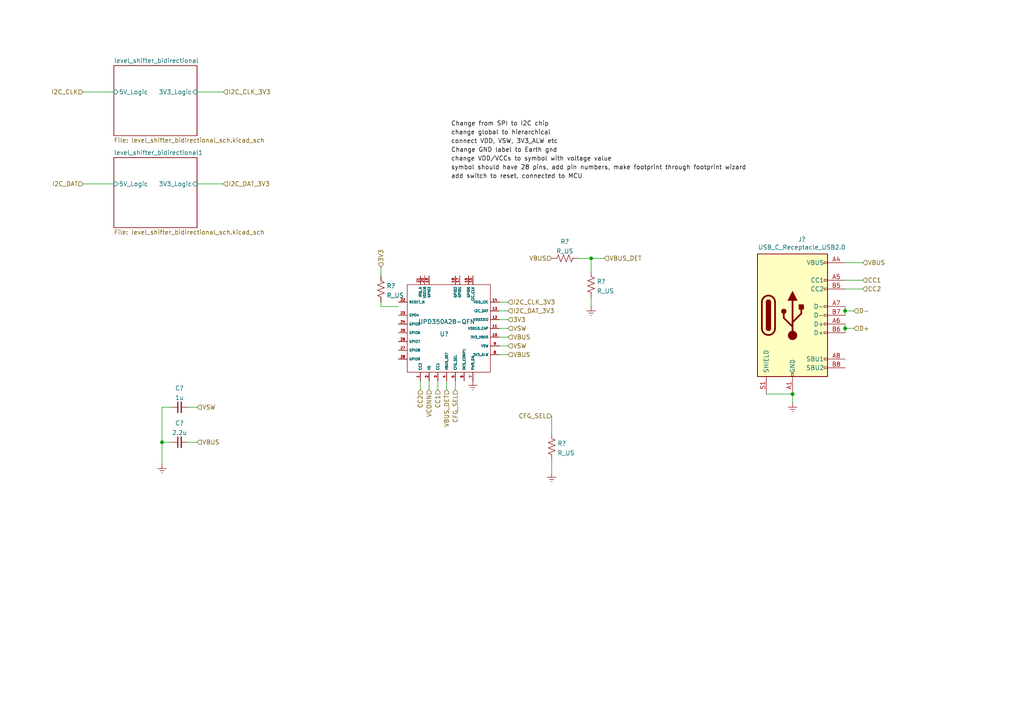
<source format=kicad_sch>
(kicad_sch (version 20210621) (generator eeschema)
  (paper "A4")
  (lib_symbols
    (symbol "Connector:USB_C_Receptacle_USB2.0" (pin_names (offset 1.016))
      (property "Reference" "J" (at -10.16 19.05 0))
      (property "Value" "USB_C_Receptacle_USB2.0" (at 19.05 19.05 0))
      (symbol "USB_C_Receptacle_USB2.0_0_0"
        (rectangle (start -0.254 -17.78) (end 0.254 -16.764))
        (rectangle (start 10.16 -14.986) (end 9.144 -15.494))
        (rectangle (start 10.16 -12.446) (end 9.144 -12.954))
        (rectangle (start 10.16 -4.826) (end 9.144 -5.334))
        (rectangle (start 10.16 -2.286) (end 9.144 -2.794))
        (rectangle (start 10.16 0.254) (end 9.144 -0.254))
        (rectangle (start 10.16 2.794) (end 9.144 2.286))
        (rectangle (start 10.16 7.874) (end 9.144 7.366))
        (rectangle (start 10.16 10.414) (end 9.144 9.906))
        (rectangle (start 10.16 15.494) (end 9.144 14.986))
      )
      (symbol "USB_C_Receptacle_USB2.0_0_1"
        (arc (start -8.89 -3.81) (end -5.08 -3.81) (radius (at -6.985 -3.81) (length 1.905) (angles -179.9 -0.1)) (stroke (width 0.508)))
        (arc (start -7.62 -3.81) (end -6.35 -3.81) (radius (at -6.985 -3.81) (length 0.635) (angles -179.9 -0.1)) (stroke (width 0.254)))
        (arc (start -6.35 3.81) (end -7.62 3.81) (radius (at -6.985 3.81) (length 0.635) (angles 0.1 179.9)) (stroke (width 0.254)))
        (arc (start -5.08 3.81) (end -8.89 3.81) (radius (at -6.985 3.81) (length 1.905) (angles 0.1 179.9)) (stroke (width 0.508)))
        (arc (start -7.62 -3.81) (end -6.35 -3.81) (radius (at -6.985 -3.81) (length 0.635) (angles -179.9 -0.1)) (stroke (width 0.254)) (fill (type outline)))
        (arc (start -6.35 3.81) (end -7.62 3.81) (radius (at -6.985 3.81) (length 0.635) (angles 0.1 179.9)) (stroke (width 0.254)) (fill (type outline)))
        (circle (center -2.54 1.143) (radius 0.635) (stroke (width 0.254)) (fill (type outline)))
        (circle (center 0 -5.842) (radius 1.27) (fill (type outline)))
        (rectangle (start -7.62 -3.81) (end -6.35 3.81) (stroke (width 0.254)) (fill (type outline)))
        (rectangle (start 1.905 1.778) (end 3.175 3.048) (stroke (width 0.254)) (fill (type outline)))
        (rectangle (start -10.16 17.78) (end 10.16 -17.78) (stroke (width 0.254)) (fill (type background)))
        (polyline (pts (xy -8.89 -3.81) (xy -8.89 3.81)) (stroke (width 0.508)))
        (polyline (pts (xy -5.08 3.81) (xy -5.08 -3.81)) (stroke (width 0.508)))
        (polyline (pts (xy 0 -5.842) (xy 0 4.318)) (stroke (width 0.508)))
        (polyline (pts (xy 0 -3.302) (xy -2.54 -0.762) (xy -2.54 0.508)) (stroke (width 0.508)))
        (polyline (pts (xy 0 -2.032) (xy 2.54 0.508) (xy 2.54 1.778)) (stroke (width 0.508)))
        (polyline (pts (xy -1.27 4.318) (xy 0 6.858) (xy 1.27 4.318) (xy -1.27 4.318)) (stroke (width 0.254)) (fill (type outline)))
      )
      (symbol "USB_C_Receptacle_USB2.0_1_1"
        (pin passive line (at 0 -22.86 90) (length 5.08) (name "GND") (number "A1"))
        (pin passive line (at 0 -22.86 90) (length 5.08) hide (name "GND") (number "A12"))
        (pin passive line (at 15.24 15.24 180) (length 5.08) (name "VBUS") (number "A4"))
        (pin bidirectional line (at 15.24 10.16 180) (length 5.08) (name "CC1") (number "A5"))
        (pin bidirectional line (at 15.24 -2.54 180) (length 5.08) (name "D+") (number "A6"))
        (pin bidirectional line (at 15.24 2.54 180) (length 5.08) (name "D-") (number "A7"))
        (pin bidirectional line (at 15.24 -12.7 180) (length 5.08) (name "SBU1") (number "A8"))
        (pin passive line (at 15.24 15.24 180) (length 5.08) hide (name "VBUS") (number "A9"))
        (pin passive line (at 0 -22.86 90) (length 5.08) hide (name "GND") (number "B1"))
        (pin passive line (at 0 -22.86 90) (length 5.08) hide (name "GND") (number "B12"))
        (pin passive line (at 15.24 15.24 180) (length 5.08) hide (name "VBUS") (number "B4"))
        (pin bidirectional line (at 15.24 7.62 180) (length 5.08) (name "CC2") (number "B5"))
        (pin bidirectional line (at 15.24 -5.08 180) (length 5.08) (name "D+") (number "B6"))
        (pin bidirectional line (at 15.24 0 180) (length 5.08) (name "D-") (number "B7"))
        (pin bidirectional line (at 15.24 -15.24 180) (length 5.08) (name "SBU2") (number "B8"))
        (pin passive line (at 15.24 15.24 180) (length 5.08) hide (name "VBUS") (number "B9"))
        (pin passive line (at -7.62 -22.86 90) (length 5.08) (name "SHIELD") (number "S1"))
      )
    )
    (symbol "Device:C_Small" (pin_numbers hide) (pin_names (offset 0.254) hide)
      (property "Reference" "C" (at 0.254 1.778 0))
      (property "Value" "C_Small" (at 0.254 -2.032 0))
      (symbol "C_Small_0_1"
        (polyline (pts (xy -1.524 -0.508) (xy 1.524 -0.508)) (stroke (width 0.3302)))
        (polyline (pts (xy -1.524 0.508) (xy 1.524 0.508)) (stroke (width 0.3048)))
      )
      (symbol "C_Small_1_1"
        (pin passive line (at 0 2.54 270) (length 2.032) (name "~") (number "1"))
        (pin passive line (at 0 -2.54 90) (length 2.032) (name "~") (number "2"))
      )
    )
    (symbol "Device:R_US" (pin_numbers hide) (pin_names (offset 0))
      (property "Reference" "R" (at 2.54 0 90))
      (property "Value" "R_US" (at -2.54 0 90))
      (symbol "R_US_0_1"
        (polyline (pts (xy 0 -2.286) (xy 0 -2.54)))
        (polyline (pts (xy 0 2.286) (xy 0 2.54)))
        (polyline (pts (xy 0 -0.762) (xy 1.016 -1.143) (xy 0 -1.524) (xy -1.016 -1.905) (xy 0 -2.286)))
        (polyline (pts (xy 0 0.762) (xy 1.016 0.381) (xy 0 0) (xy -1.016 -0.381) (xy 0 -0.762)))
        (polyline (pts (xy 0 2.286) (xy 1.016 1.905) (xy 0 1.524) (xy -1.016 1.143) (xy 0 0.762)))
      )
      (symbol "R_US_1_1"
        (pin passive line (at 0 3.81 270) (length 1.27) (name "~") (number "1"))
        (pin passive line (at 0 -3.81 90) (length 1.27) (name "~") (number "2"))
      )
    )
    (symbol "UPD:UPD350B28-QFN"
      (property "Reference" "U?" (at 0.6349 -1.6315 0))
      (property "Value" "UPD350A28-QFN" (at 8.2549 1.9434 0))
      (symbol "UPD350B28-QFN_0_1"
        (rectangle (start -11.43 12.7) (end 12.7 -12.7) (stroke (width 0.1524)))
      )
      (symbol "UPD350B28-QFN_1_1"
        (pin bidirectional line (at -7.62 -15.24 90) (length 2.54) (name "CC2") (number "1"))
        (pin power_in line (at 15.24 -2.54 180) (length 2.54) (name "3V3_VBUS") (number "10"))
        (pin passive line (at 15.24 0 180) (length 2.54) (name "VDD18_CAP") (number "11"))
        (pin power_in line (at 15.24 2.54 180) (length 2.54) (name "VDD33IO") (number "12"))
        (pin bidirectional line (at 15.24 5.08 180) (length 2.54) (name "I2C_DAT") (number "13"))
        (pin power_in line (at 15.24 7.62 180) (length 2.54) (name "VDD_I2C") (number "14"))
        (pin bidirectional line (at 7.62 15.24 270) (length 2.54) (name "I2C_CLK") (number "15"))
        (pin bidirectional line (at 6.35 15.24 270) (length 2.54) (name "GPIO0") (number "16"))
        (pin bidirectional line (at 3.81 15.24 270) (length 2.54) (name "GPIO1") (number "17"))
        (pin bidirectional line (at 2.54 15.24 270) (length 2.54) (name "GPIO2") (number "18"))
        (pin bidirectional line (at -5.08 15.24 270) (length 2.54) (name "GPIO3") (number "19"))
        (pin power_in line (at -5.08 -15.24 90) (length 2.54) (name "VS") (number "2"))
        (pin input line (at -6.35 15.24 270) (length 2.54) (name "VDD18") (number "20"))
        (pin output line (at -7.62 15.24 270) (length 2.54) (name "IRQ_N") (number "21"))
        (pin input line (at -13.97 7.62 0) (length 2.54) (name "RESET_N") (number "22"))
        (pin output line (at -13.97 3.81 0) (length 2.54) (name "GPO4") (number "23"))
        (pin bidirectional line (at -13.97 1.27 0) (length 2.54) (name "GPIO5") (number "24"))
        (pin bidirectional line (at -13.97 -1.27 0) (length 2.54) (name "GPIO6") (number "25"))
        (pin bidirectional line (at -13.97 -3.81 0) (length 2.54) (name "GPIO7") (number "26"))
        (pin bidirectional line (at -13.97 -6.35 0) (length 2.54) (name "GPIO8") (number "27"))
        (pin bidirectional line (at -13.97 -8.89 0) (length 2.54) (name "GPIO9") (number "28"))
        (pin bidirectional line (at -2.54 -15.24 90) (length 2.54) (name "CC1") (number "3"))
        (pin bidirectional line (at 0 -15.24 90) (length 2.54) (name "VBUS_DET") (number "4"))
        (pin bidirectional line (at 2.54 -15.24 90) (length 2.54) (name "CFG_SEL") (number "5"))
        (pin input line (at 5.08 -15.24 90) (length 2.54) (name "OCS_COMP1") (number "6"))
        (pin input line (at 7.62 -15.24 90) (length 2.54) (name "PWR_DN") (number "7"))
        (pin power_in line (at 15.24 -7.62 180) (length 2.54) (name "3V3_ALW") (number "8"))
        (pin power_out line (at 15.24 -5.08 180) (length 2.54) (name "VSW") (number "9"))
      )
    )
    (symbol "power:Earth" (power) (pin_names (offset 0))
      (symbol "Earth_0_1"
        (polyline (pts (xy -0.635 -1.905) (xy 0.635 -1.905)))
        (polyline (pts (xy -0.127 -2.54) (xy 0.127 -2.54)))
        (polyline (pts (xy 0 -1.27) (xy 0 0)))
        (polyline (pts (xy 1.27 -1.27) (xy -1.27 -1.27)))
      )
      (symbol "Earth_1_1"
        (pin power_in line (at 0 0 270) (length 0) hide (name "Earth") (number "1"))
      )
    )
  )
  (junction (at 46.99 128.27))
  (junction (at 171.45 74.93))
  (junction (at 229.87 114.3))
  (junction (at 245.11 90.17))
  (junction (at 245.11 95.25))
  (wire (pts (xy 24.13 26.67) (xy 33.02 26.67)))
  (wire (pts (xy 24.13 53.34) (xy 33.02 53.34)))
  (wire (pts (xy 46.99 118.11) (xy 46.99 128.27)))
  (wire (pts (xy 46.99 128.27) (xy 46.99 134.62)))
  (wire (pts (xy 49.53 118.11) (xy 46.99 118.11)))
  (wire (pts (xy 49.53 128.27) (xy 46.99 128.27)))
  (wire (pts (xy 54.61 118.11) (xy 57.15 118.11)))
  (wire (pts (xy 54.61 128.27) (xy 57.15 128.27)))
  (wire (pts (xy 57.15 26.67) (xy 64.77 26.67)))
  (wire (pts (xy 57.15 53.34) (xy 64.77 53.34)))
  (wire (pts (xy 110.49 77.47) (xy 110.49 80.01)))
  (wire (pts (xy 110.49 87.63) (xy 110.49 88.9)))
  (wire (pts (xy 110.49 88.9) (xy 115.57 88.9)))
  (wire (pts (xy 121.92 110.49) (xy 121.92 113.03)))
  (wire (pts (xy 124.46 110.49) (xy 124.46 113.03)))
  (wire (pts (xy 127 110.49) (xy 127 113.03)))
  (wire (pts (xy 129.54 110.49) (xy 129.54 113.03)))
  (wire (pts (xy 132.08 110.49) (xy 132.08 113.03)))
  (wire (pts (xy 144.78 87.63) (xy 147.32 87.63)))
  (wire (pts (xy 144.78 90.17) (xy 147.32 90.17)))
  (wire (pts (xy 144.78 92.71) (xy 147.32 92.71)))
  (wire (pts (xy 144.78 95.25) (xy 147.32 95.25)))
  (wire (pts (xy 144.78 97.79) (xy 147.32 97.79)))
  (wire (pts (xy 144.78 100.33) (xy 147.32 100.33)))
  (wire (pts (xy 144.78 102.87) (xy 147.32 102.87)))
  (wire (pts (xy 160.02 120.65) (xy 160.02 125.73)))
  (wire (pts (xy 160.02 133.35) (xy 160.02 137.16)))
  (wire (pts (xy 167.64 74.93) (xy 171.45 74.93)))
  (wire (pts (xy 171.45 74.93) (xy 171.45 78.74)))
  (wire (pts (xy 171.45 74.93) (xy 175.26 74.93)))
  (wire (pts (xy 171.45 86.36) (xy 171.45 88.9)))
  (wire (pts (xy 222.25 114.3) (xy 229.87 114.3)))
  (wire (pts (xy 229.87 114.3) (xy 229.87 116.84)))
  (wire (pts (xy 245.11 76.2) (xy 250.19 76.2)))
  (wire (pts (xy 245.11 81.28) (xy 250.19 81.28)))
  (wire (pts (xy 245.11 83.82) (xy 250.19 83.82)))
  (wire (pts (xy 245.11 88.9) (xy 245.11 90.17)))
  (wire (pts (xy 245.11 90.17) (xy 245.11 91.44)))
  (wire (pts (xy 245.11 90.17) (xy 247.65 90.17)))
  (wire (pts (xy 245.11 93.98) (xy 245.11 95.25)))
  (wire (pts (xy 245.11 95.25) (xy 245.11 96.52)))
  (wire (pts (xy 245.11 95.25) (xy 247.65 95.25)))
  (label "Change from SPI to I2C chip" (at 130.81 36.83 0))
  (label "change global to hierarchical" (at 130.81 39.37 0))
  (label "connect VDD, VSW, 3V3_ALW etc" (at 130.81 41.91 0))
  (label "Change GND label to Earth gnd" (at 130.81 44.45 0))
  (label "change VDD{slash}VCCs to symbol with voltage value" (at 130.81 46.99 0))
  (label "symbol should have 28 pins, add pin numbers, make footprint through footprint wizard" (at 130.81 49.53 0))
  (label "add switch to reset, connected to MCU" (at 130.81 52.07 0))
  (hierarchical_label "I2C_CLK" (shape input) (at 24.13 26.67 180))
  (hierarchical_label "I2C_DAT" (shape input) (at 24.13 53.34 180))
  (hierarchical_label "VSW" (shape input) (at 57.15 118.11 0))
  (hierarchical_label "VBUS" (shape input) (at 57.15 128.27 0))
  (hierarchical_label "I2C_CLK_3V3" (shape input) (at 64.77 26.67 0))
  (hierarchical_label "I2C_DAT_3V3" (shape input) (at 64.77 53.34 0))
  (hierarchical_label "3V3" (shape input) (at 110.49 77.47 90))
  (hierarchical_label "CC2" (shape input) (at 121.92 113.03 270))
  (hierarchical_label "VCONN" (shape input) (at 124.46 113.03 270))
  (hierarchical_label "CC1" (shape input) (at 127 113.03 270))
  (hierarchical_label "VBUS_DET" (shape input) (at 129.54 113.03 270))
  (hierarchical_label "CFG_SEL" (shape input) (at 132.08 113.03 270))
  (hierarchical_label "I2C_CLK_3V3" (shape input) (at 147.32 87.63 0))
  (hierarchical_label "I2C_DAT_3V3" (shape input) (at 147.32 90.17 0))
  (hierarchical_label "3V3" (shape input) (at 147.32 92.71 0))
  (hierarchical_label "VSW" (shape input) (at 147.32 95.25 0))
  (hierarchical_label "VBUS" (shape input) (at 147.32 97.79 0))
  (hierarchical_label "VSW" (shape input) (at 147.32 100.33 0))
  (hierarchical_label "VBUS" (shape input) (at 147.32 102.87 0))
  (hierarchical_label "VBUS" (shape input) (at 160.02 74.93 180))
  (hierarchical_label "CFG_SEL" (shape input) (at 160.02 120.65 180))
  (hierarchical_label "VBUS_DET" (shape input) (at 175.26 74.93 0))
  (hierarchical_label "D-" (shape input) (at 247.65 90.17 0))
  (hierarchical_label "D+" (shape input) (at 247.65 95.25 0))
  (hierarchical_label "VBUS" (shape input) (at 250.19 76.2 0))
  (hierarchical_label "CC1" (shape input) (at 250.19 81.28 0))
  (hierarchical_label "CC2" (shape input) (at 250.19 83.82 0))
  (symbol (lib_id "power:Earth") (at 46.99 134.62 0) (unit 1)
    (property "Reference" "#PWR?" (effects hide))
    (property "Value" "Earth" (effects hide))
  )
  (symbol (lib_id "power:Earth") (at 137.16 110.49 0) (unit 1)
    (property "Reference" "#PWR?" (effects hide))
    (property "Value" "Earth" (effects hide))
  )
  (symbol (lib_id "power:Earth") (at 160.02 137.16 0) (unit 1)
    (property "Reference" "#PWR?" (effects hide))
    (property "Value" "Earth" (effects hide))
  )
  (symbol (lib_id "power:Earth") (at 171.45 88.9 0) (unit 1)
    (property "Reference" "#PWR?" (effects hide))
    (property "Value" "Earth" (effects hide))
  )
  (symbol (lib_id "power:Earth") (at 229.87 116.84 0) (unit 1)
    (property "Reference" "#PWR?" (effects hide))
    (property "Value" "Earth" (effects hide))
  )
  (symbol (lib_id "Device:R_US") (at 110.49 83.82 0) (unit 1)
    (property "Reference" "R?" (at 112.1411 82.9115 0) (effects (justify left)))
    (property "Value" "R_US" (at 112.1411 85.6866 0) (effects (justify left)))
  )
  (symbol (lib_id "Device:R_US") (at 160.02 129.54 180) (unit 1)
    (property "Reference" "R?" (at 161.6711 128.6315 0) (effects (justify right)))
    (property "Value" "R_US" (at 161.6711 131.4066 0) (effects (justify right)))
  )
  (symbol (lib_id "Device:R_US") (at 163.83 74.93 270) (unit 1)
    (property "Reference" "R?" (at 163.83 70.0744 90))
    (property "Value" "R_US" (at 163.83 72.8495 90))
  )
  (symbol (lib_id "Device:R_US") (at 171.45 82.55 180) (unit 1)
    (property "Reference" "R?" (at 173.1011 81.6415 0) (effects (justify right)))
    (property "Value" "R_US" (at 173.1011 84.4166 0) (effects (justify right)))
  )
  (symbol (lib_id "Device:C_Small") (at 52.07 118.11 90) (unit 1)
    (property "Reference" "C?" (at 52.07 112.5813 90))
    (property "Value" "1u" (at 52.07 115.3564 90))
  )
  (symbol (lib_id "Device:C_Small") (at 52.07 128.27 90) (unit 1)
    (property "Reference" "C?" (at 52.07 122.7413 90))
    (property "Value" "2.2u" (at 52.07 125.5164 90))
  )
  (symbol (lib_id "UPD:UPD350B28-QFN") (at 129.54 95.25 0) (unit 1)
    (property "Reference" "U?" (at 130.1749 96.8815 0) (effects (justify right)))
    (property "Value" "UPD350A28-QFN" (at 137.7949 93.3066 0) (effects (justify right)))
  )
  (symbol (lib_id "Connector:USB_C_Receptacle_USB2.0") (at 229.87 91.44 0) (unit 1)
    (property "Reference" "J?" (at 232.5878 69.4182 0))
    (property "Value" "USB_C_Receptacle_USB2.0" (at 232.5878 71.7296 0))
    (property "Datasheet" "https://www.usb.org/sites/default/files/documents/usb_type-c.zip" (effects hide))
  )
  (sheet (at 33.02 19.05) (size 24.13 20.32) (stroke (width 0.1524))
    (property "Sheet name" "level_shifter_bidirectional" (at 33.02 18.3384 0) (effects (justify left bottom)))
    (property "Sheet file" "level_shifter_bidirectional_sch.kicad_sch" (at 33.02 39.9546 0) (effects (justify left top)))
    (pin "5V_Logic" input (at 33.02 26.67 180))
    (pin "3V3_Logic" input (at 57.15 26.67 0))
  )
  (sheet (at 33.02 45.72) (size 24.13 20.32) (stroke (width 0.1524))
    (property "Sheet name" "level_shifter_bidirectional1" (at 33.02 45.0084 0) (effects (justify left bottom)))
    (property "Sheet file" "level_shifter_bidirectional_sch.kicad_sch" (at 33.02 66.6246 0) (effects (justify left top)))
    (pin "5V_Logic" input (at 33.02 53.34 180))
    (pin "3V3_Logic" input (at 57.15 53.34 0))
  )
)
</source>
